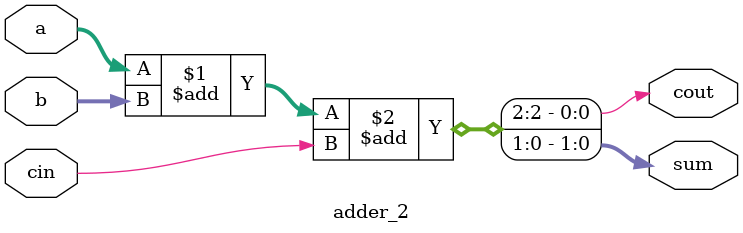
<source format=v>

module adder_2(cout, sum, a, b, cin);
parameter size = 2;  /* declare a parameter. default required */
output cout;
output [size-1:0] sum; 	 // sum uses the size parameter
input cin;
input [size-1:0] a, b;  // 'a' and 'b' use the size parameter

assign {cout, sum} = a + b + cin;

endmodule










</source>
